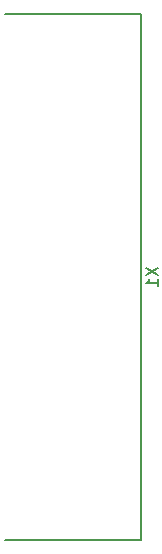
<source format=gbr>
G04 #@! TF.GenerationSoftware,KiCad,Pcbnew,(5.0.1)-3*
G04 #@! TF.CreationDate,2018-11-23T20:27:27-05:00*
G04 #@! TF.ProjectId,OdysseyDaughterCardFlipFlop,4F647973736579446175676874657243,1.0*
G04 #@! TF.SameCoordinates,Original*
G04 #@! TF.FileFunction,Legend,Bot*
G04 #@! TF.FilePolarity,Positive*
%FSLAX46Y46*%
G04 Gerber Fmt 4.6, Leading zero omitted, Abs format (unit mm)*
G04 Created by KiCad (PCBNEW (5.0.1)-3) date 11/23/2018 8:27:27 PM*
%MOMM*%
%LPD*%
G01*
G04 APERTURE LIST*
%ADD10C,0.150000*%
G04 APERTURE END LIST*
D10*
G04 #@! TO.C,X1*
X124000000Y-78750000D02*
X135500000Y-78750000D01*
X135500000Y-78750000D02*
X135500000Y-123250000D01*
X135500000Y-123250000D02*
X124000000Y-123250000D01*
X135952380Y-100190476D02*
X136952380Y-100857142D01*
X135952380Y-100857142D02*
X136952380Y-100190476D01*
X136952380Y-101761904D02*
X136952380Y-101190476D01*
X136952380Y-101476190D02*
X135952380Y-101476190D01*
X136095238Y-101380952D01*
X136190476Y-101285714D01*
X136238095Y-101190476D01*
G04 #@! TD*
M02*

</source>
